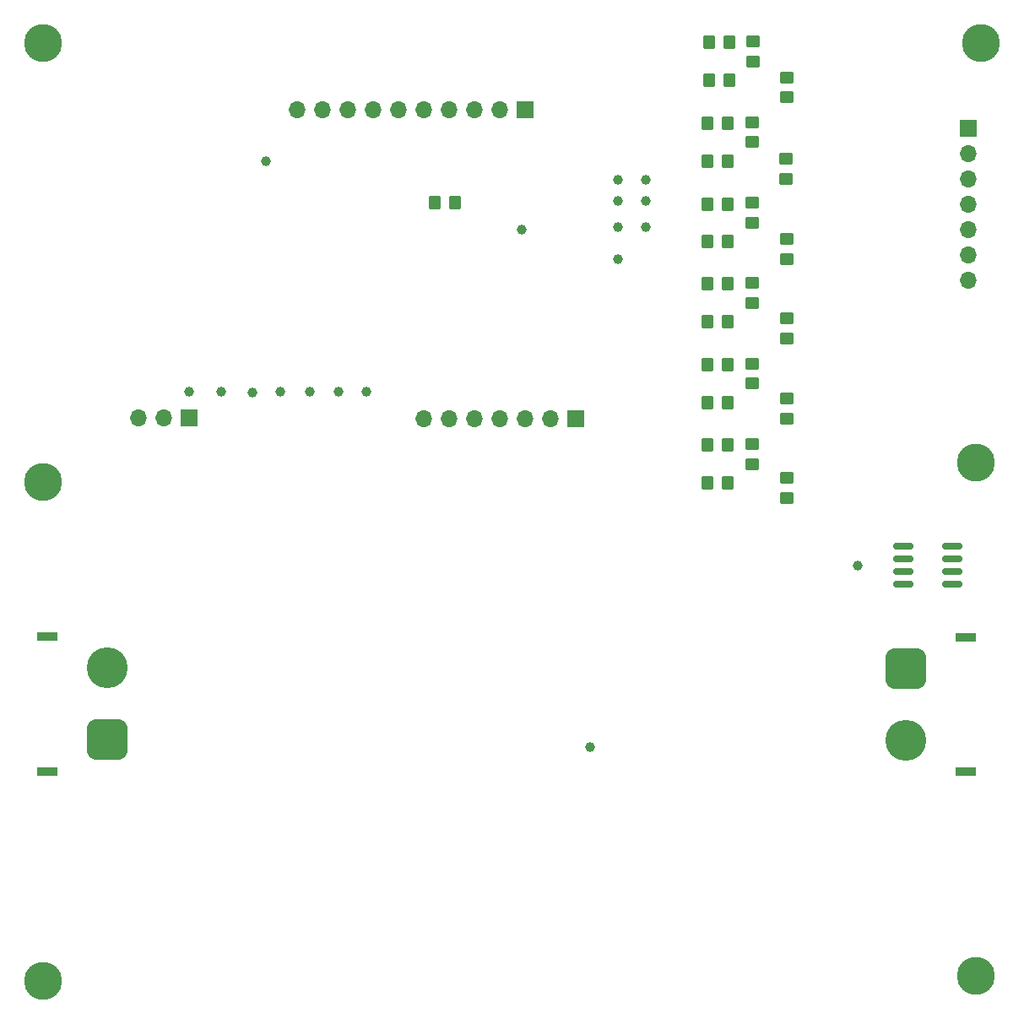
<source format=gbs>
%TF.GenerationSoftware,KiCad,Pcbnew,8.0.1*%
%TF.CreationDate,2024-05-10T21:49:12+02:00*%
%TF.ProjectId,Charger,43686172-6765-4722-9e6b-696361645f70,rev?*%
%TF.SameCoordinates,Original*%
%TF.FileFunction,Soldermask,Bot*%
%TF.FilePolarity,Negative*%
%FSLAX46Y46*%
G04 Gerber Fmt 4.6, Leading zero omitted, Abs format (unit mm)*
G04 Created by KiCad (PCBNEW 8.0.1) date 2024-05-10 21:49:12*
%MOMM*%
%LPD*%
G01*
G04 APERTURE LIST*
G04 Aperture macros list*
%AMRoundRect*
0 Rectangle with rounded corners*
0 $1 Rounding radius*
0 $2 $3 $4 $5 $6 $7 $8 $9 X,Y pos of 4 corners*
0 Add a 4 corners polygon primitive as box body*
4,1,4,$2,$3,$4,$5,$6,$7,$8,$9,$2,$3,0*
0 Add four circle primitives for the rounded corners*
1,1,$1+$1,$2,$3*
1,1,$1+$1,$4,$5*
1,1,$1+$1,$6,$7*
1,1,$1+$1,$8,$9*
0 Add four rect primitives between the rounded corners*
20,1,$1+$1,$2,$3,$4,$5,0*
20,1,$1+$1,$4,$5,$6,$7,0*
20,1,$1+$1,$6,$7,$8,$9,0*
20,1,$1+$1,$8,$9,$2,$3,0*%
G04 Aperture macros list end*
%ADD10C,3.800000*%
%ADD11C,2.600000*%
%ADD12R,2.000000X0.900000*%
%ADD13RoundRect,1.025000X-1.025000X1.025000X-1.025000X-1.025000X1.025000X-1.025000X1.025000X1.025000X0*%
%ADD14C,4.100000*%
%ADD15R,1.700000X1.700000*%
%ADD16O,1.700000X1.700000*%
%ADD17RoundRect,1.025000X1.025000X-1.025000X1.025000X1.025000X-1.025000X1.025000X-1.025000X-1.025000X0*%
%ADD18RoundRect,0.250000X0.450000X-0.350000X0.450000X0.350000X-0.450000X0.350000X-0.450000X-0.350000X0*%
%ADD19C,1.000000*%
%ADD20RoundRect,0.250000X-0.350000X-0.450000X0.350000X-0.450000X0.350000X0.450000X-0.350000X0.450000X0*%
%ADD21RoundRect,0.250000X0.350000X0.450000X-0.350000X0.450000X-0.350000X-0.450000X0.350000X-0.450000X0*%
%ADD22RoundRect,0.150000X-0.825000X-0.150000X0.825000X-0.150000X0.825000X0.150000X-0.825000X0.150000X0*%
G04 APERTURE END LIST*
D10*
%TO.C,REF\u002A\u002A*%
X189500000Y-141400000D03*
D11*
X189500000Y-141400000D03*
%TD*%
D12*
%TO.C,J2*%
X188475000Y-107450000D03*
X188475000Y-120950000D03*
D13*
X182475000Y-110600000D03*
D14*
X182475000Y-117800000D03*
%TD*%
D10*
%TO.C,REF\u002A\u002A*%
X96000000Y-47900000D03*
D11*
X96000000Y-47900000D03*
%TD*%
D10*
%TO.C,*%
X189500000Y-141400000D03*
%TD*%
%TO.C,*%
X96000000Y-47900000D03*
%TD*%
%TO.C,REF\u002A\u002A*%
X96000000Y-141900000D03*
D11*
X96000000Y-141900000D03*
%TD*%
D15*
%TO.C,J5*%
X149415000Y-85575000D03*
D16*
X146875000Y-85575000D03*
X144335000Y-85575000D03*
X141795000Y-85575000D03*
X139255000Y-85575000D03*
X136715000Y-85575000D03*
X134175000Y-85575000D03*
%TD*%
D10*
%TO.C,*%
X96000000Y-91900000D03*
%TD*%
D15*
%TO.C,J4*%
X144335000Y-54575000D03*
D16*
X141795000Y-54575000D03*
X139255000Y-54575000D03*
X136715000Y-54575000D03*
X134175000Y-54575000D03*
X131635000Y-54575000D03*
X129095000Y-54575000D03*
X126555000Y-54575000D03*
X124015000Y-54575000D03*
X121475000Y-54575000D03*
%TD*%
D10*
%TO.C,REF\u002A\u002A*%
X189500000Y-89900000D03*
D11*
X189500000Y-89900000D03*
%TD*%
D10*
%TO.C,REF\u002A\u002A*%
X96000000Y-91900000D03*
D11*
X96000000Y-91900000D03*
%TD*%
D15*
%TO.C,J8*%
X110585000Y-85450000D03*
D16*
X108045000Y-85450000D03*
X105505000Y-85450000D03*
%TD*%
D10*
%TO.C,*%
X189500000Y-89900000D03*
%TD*%
D15*
%TO.C,J1*%
X188775000Y-56425000D03*
D16*
X188775000Y-58965000D03*
X188775000Y-61505000D03*
X188775000Y-64045000D03*
X188775000Y-66585000D03*
X188775000Y-69125000D03*
X188775000Y-71665000D03*
%TD*%
D10*
%TO.C,REF\u002A\u002A*%
X190000000Y-47900000D03*
D11*
X190000000Y-47900000D03*
%TD*%
D12*
%TO.C,J3*%
X96400000Y-120900000D03*
X96400000Y-107400000D03*
D17*
X102400000Y-117750000D03*
D14*
X102400000Y-110550000D03*
%TD*%
D10*
%TO.C,*%
X96000000Y-141900000D03*
%TD*%
D18*
%TO.C,R13*%
X167200000Y-49700000D03*
X167200000Y-47700000D03*
%TD*%
D19*
%TO.C,HALL*%
X144000000Y-66600000D03*
%TD*%
D20*
%TO.C,R39*%
X162600000Y-88200000D03*
X164600000Y-88200000D03*
%TD*%
D19*
%TO.C,CHARGER_SET_V*%
X113800000Y-82800000D03*
%TD*%
D18*
%TO.C,R42*%
X170600000Y-93500000D03*
X170600000Y-91500000D03*
%TD*%
D19*
%TO.C,VB1*%
X156400000Y-66300000D03*
%TD*%
%TO.C,HALL*%
X177700000Y-100300000D03*
%TD*%
%TO.C,VB5*%
X156400000Y-61600000D03*
%TD*%
D20*
%TO.C,R38*%
X162600000Y-80100000D03*
X164600000Y-80100000D03*
%TD*%
%TO.C,R17*%
X162600000Y-55900000D03*
X164600000Y-55900000D03*
%TD*%
%TO.C,R74*%
X135250000Y-63875000D03*
X137250000Y-63875000D03*
%TD*%
D18*
%TO.C,R35*%
X167100000Y-82000000D03*
X167100000Y-80000000D03*
%TD*%
%TO.C,R34*%
X167100000Y-73900000D03*
X167100000Y-71900000D03*
%TD*%
%TO.C,R20*%
X170500000Y-61500000D03*
X170500000Y-59500000D03*
%TD*%
%TO.C,R15*%
X167100000Y-65900000D03*
X167100000Y-63900000D03*
%TD*%
%TO.C,R36*%
X167100000Y-90100000D03*
X167100000Y-88100000D03*
%TD*%
%TO.C,R14*%
X167100000Y-57800000D03*
X167100000Y-55800000D03*
%TD*%
%TO.C,R40*%
X170600000Y-77500000D03*
X170600000Y-75500000D03*
%TD*%
D21*
%TO.C,R7*%
X164800000Y-51600000D03*
X162800000Y-51600000D03*
%TD*%
%TO.C,R8*%
X164600000Y-59700000D03*
X162600000Y-59700000D03*
%TD*%
%TO.C,R9*%
X164600000Y-67800000D03*
X162600000Y-67800000D03*
%TD*%
D19*
%TO.C,CHARGER_SET_I*%
X117000000Y-82900000D03*
%TD*%
%TO.C,VB6*%
X153600000Y-61600000D03*
%TD*%
%TO.C,BATTERY_EN*%
X128400000Y-82800000D03*
%TD*%
D18*
%TO.C,R21*%
X170600000Y-69500000D03*
X170600000Y-67500000D03*
%TD*%
D19*
%TO.C,VOUT*%
X153600000Y-69500000D03*
%TD*%
%TO.C,BALL_SET_V*%
X119800000Y-82800000D03*
%TD*%
D22*
%TO.C,U7*%
X182225000Y-102155000D03*
X182225000Y-100885000D03*
X182225000Y-99615000D03*
X182225000Y-98345000D03*
X187175000Y-98345000D03*
X187175000Y-99615000D03*
X187175000Y-100885000D03*
X187175000Y-102155000D03*
%TD*%
D21*
%TO.C,R28*%
X164600000Y-75800000D03*
X162600000Y-75800000D03*
%TD*%
D19*
%TO.C,\u002ACHARGER_EN*%
X110600000Y-82800000D03*
%TD*%
%TO.C,VB2*%
X153600000Y-66300000D03*
%TD*%
D20*
%TO.C,R16*%
X162800000Y-47800000D03*
X164800000Y-47800000D03*
%TD*%
%TO.C,R37*%
X162600000Y-72000000D03*
X164600000Y-72000000D03*
%TD*%
D19*
%TO.C,VB3*%
X156400000Y-63700000D03*
%TD*%
%TO.C,ADC*%
X118300000Y-59700000D03*
%TD*%
D18*
%TO.C,R41*%
X170600000Y-85500000D03*
X170600000Y-83500000D03*
%TD*%
D19*
%TO.C,VOUT*%
X150800000Y-118500000D03*
%TD*%
D21*
%TO.C,R29*%
X164600000Y-83900000D03*
X162600000Y-83900000D03*
%TD*%
D19*
%TO.C,VB4*%
X153600000Y-63700000D03*
%TD*%
D18*
%TO.C,R19*%
X170600000Y-53300000D03*
X170600000Y-51300000D03*
%TD*%
D19*
%TO.C,LOAD_SET_I*%
X122700000Y-82800000D03*
%TD*%
%TO.C,LOAD_EN*%
X125600000Y-82800000D03*
%TD*%
D20*
%TO.C,R18*%
X162600000Y-64000000D03*
X164600000Y-64000000D03*
%TD*%
D21*
%TO.C,R30*%
X164600000Y-92000000D03*
X162600000Y-92000000D03*
%TD*%
M02*

</source>
